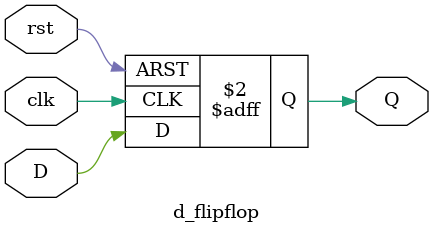
<source format=v>
module d_flipflop(
    input  wire clk, rst, D,
    output reg  Q
);
    always @(posedge clk or posedge rst) begin
        if (rst)
            Q <= 1'b0;
        else
            Q <= D;
    end
endmodule


</source>
